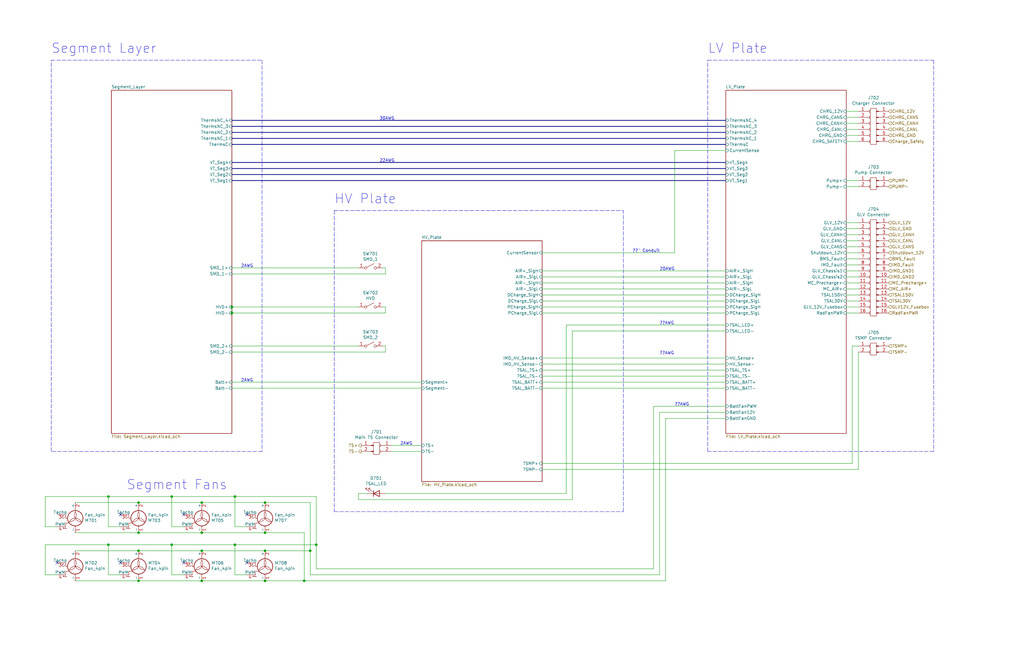
<source format=kicad_sch>
(kicad_sch (version 20211123) (generator eeschema)
  (paper "B")
  (title_block (title "Accumulator Container") (date "2021-11-10") (rev "7") (company "Northeastern Electric Racing") (comment 1 "https://github.com/Northeastern-Electric-Racing/NER") (comment 2 "For authors and other info, contact Chief Electrical Engineer"))
  (lib_symbols
    (symbol "Device:LED" (pin_numbers hide) (pin_names (offset 1.016) hide)
      (property "Reference" "D" (at 0 2.54 0))
      (property "Value" "LED" (at 0 -2.54 0))
      (symbol "LED_0_1"
        (polyline (pts (xy -1.27 -1.27) (xy -1.27 1.27)) (stroke (width 0.254)))
        (polyline (pts (xy -1.27 0) (xy 1.27 0)))
        (polyline (pts (xy 1.27 -1.27) (xy 1.27 1.27) (xy -1.27 0) (xy 1.27 -1.27)) (stroke (width 0.254)))
        (polyline (pts (xy -3.048 -0.762) (xy -4.572 -2.286) (xy -3.81 -2.286) (xy -4.572 -2.286) (xy -4.572 -1.524)))
        (polyline (pts (xy -1.778 -0.762) (xy -3.302 -2.286) (xy -2.54 -2.286) (xy -3.302 -2.286) (xy -3.302 -1.524)))
      )
      (symbol "LED_1_1"
        (pin passive line (at -3.81 0 0) (length 2.54) (name "K") (number "1"))
        (pin passive line (at 3.81 0 180) (length 2.54) (name "A") (number "2"))
      )
    )
    (symbol "Motor:Fan_4pin" (pin_names (offset 0))
      (property "Reference" "M" (at 2.54 5.08 0))
      (property "Value" "Fan_4pin" (at 2.54 -2.54 0))
      (symbol "Fan_4pin_0_0"
        (arc (start -5.588 1.524) (mid -5.08 1.016) (end -4.572 1.524))
        (arc (start -5.08 2.032) (mid -5.4392 1.8832) (end -5.588 1.524))
        (polyline (pts (xy -5.08 2.032) (xy -5.334 2.159)))
        (polyline (pts (xy -5.08 2.032) (xy -5.207 1.778)))
        (polyline (pts (xy -4.064 2.54) (xy -4.064 1.016) (xy -3.302 1.016)))
      )
      (symbol "Fan_4pin_0_1"
        (arc (start -2.54 -0.508) (mid -0.0014 0.9048) (end 0 3.81))
        (polyline (pts (xy -4.064 2.54) (xy -5.08 2.54)))
        (polyline (pts (xy 0 -5.08) (xy 0 -4.572)))
        (polyline (pts (xy 0 -2.2352) (xy 0 -2.6416)))
        (polyline (pts (xy 0 4.2672) (xy 0 4.6228)))
        (polyline (pts (xy 0 4.572) (xy 0 5.08)))
        (polyline (pts (xy -2.54 -1.016) (xy -4.064 -1.016) (xy -4.064 -2.54) (xy -5.08 -2.54)))
        (polyline (pts (xy -5.334 -3.302) (xy -5.08 -3.302) (xy -5.08 -3.048) (xy -4.826 -3.048) (xy -4.826 -3.302) (xy -4.318 -3.302) (xy -4.318 -3.048) (xy -4.064 -3.048) (xy -4.064 -3.302) (xy -3.556 -3.302)))
        (circle (center 0 1.016) (radius 3.2512) (stroke (width 0.254)))
        (arc (start 0 3.81) (mid 0.0468 0.9315) (end 2.54 -0.508))
        (arc (start 2.54 -0.508) (mid 0 1.0618) (end -2.54 -0.508))
      )
      (symbol "Fan_4pin_1_1"
        (pin passive line (at 0 -5.08 90) (length 2.54) (name "-") (number "1"))
        (pin passive line (at 0 7.62 270) (length 2.54) (name "+") (number "2"))
        (pin passive line (at -7.62 2.54 0) (length 2.54) (name "Tacho") (number "3"))
        (pin input line (at -7.62 -2.54 0) (length 2.54) (name "PWM") (number "4"))
      )
    )
    (symbol "NER:16-Pos_Generic" (pin_names (offset 1.016))
      (property "Reference" "J" (at 0 5.08 0))
      (property "Value" "16-Pos_Generic" (at 0 2.54 0))
      (symbol "16-Pos_Generic_1_1"
        (arc (start -1.27 -37.592) (mid -1.778 -38.1) (end -1.27 -38.608) (stroke (width 0.1524)))
        (arc (start -1.27 -35.052) (mid -1.778 -35.56) (end -1.27 -36.068) (stroke (width 0.1524)))
        (arc (start -1.27 -32.512) (mid -1.778 -33.02) (end -1.27 -33.528) (stroke (width 0.1524)))
        (arc (start -1.27 -29.972) (mid -1.778 -30.48) (end -1.27 -30.988) (stroke (width 0.1524)))
        (arc (start -1.27 -27.432) (mid -1.778 -27.94) (end -1.27 -28.448) (stroke (width 0.1524)))
        (arc (start -1.27 -24.892) (mid -1.778 -25.4) (end -1.27 -25.908) (stroke (width 0.1524)))
        (arc (start -1.27 -22.352) (mid -1.778 -22.86) (end -1.27 -23.368) (stroke (width 0.1524)))
        (arc (start -1.27 -19.812) (mid -1.778 -20.32) (end -1.27 -20.828) (stroke (width 0.1524)))
        (arc (start -1.27 -17.272) (mid -1.778 -17.78) (end -1.27 -18.288) (stroke (width 0.1524)))
        (arc (start -1.27 -14.732) (mid -1.778 -15.24) (end -1.27 -15.748) (stroke (width 0.1524)))
        (arc (start -1.27 -12.192) (mid -1.778 -12.7) (end -1.27 -13.208) (stroke (width 0.1524)))
        (arc (start -1.27 -9.652) (mid -1.778 -10.16) (end -1.27 -10.668) (stroke (width 0.1524)))
        (arc (start -1.27 -7.112) (mid -1.778 -7.62) (end -1.27 -8.128) (stroke (width 0.1524)))
        (arc (start -1.27 -4.572) (mid -1.778 -5.08) (end -1.27 -5.588) (stroke (width 0.1524)))
        (arc (start -1.27 -2.032) (mid -1.778 -2.54) (end -1.27 -3.048) (stroke (width 0.1524)))
        (arc (start -1.27 0.508) (mid -1.778 0) (end -1.27 -0.508) (stroke (width 0.1524)))
        (rectangle (start -1.27 1.27) (end 1.27 -39.37))
        (polyline (pts (xy -2.54 -38.1) (xy -1.778 -38.1)) (stroke (width 0.1524)))
        (polyline (pts (xy -2.54 -35.56) (xy -1.778 -35.56)) (stroke (width 0.1524)))
        (polyline (pts (xy -2.54 -33.02) (xy -1.778 -33.02)) (stroke (width 0.1524)))
        (polyline (pts (xy -2.54 -30.48) (xy -1.778 -30.48)) (stroke (width 0.1524)))
        (polyline (pts (xy -2.54 -27.94) (xy -1.778 -27.94)) (stroke (width 0.1524)))
        (polyline (pts (xy -2.54 -25.4) (xy -1.778 -25.4)) (stroke (width 0.1524)))
        (polyline (pts (xy -2.54 -22.86) (xy -1.778 -22.86)) (stroke (width 0.1524)))
        (polyline (pts (xy -2.54 -20.32) (xy -1.778 -20.32)) (stroke (width 0.1524)))
        (polyline (pts (xy -2.54 -17.78) (xy -1.778 -17.78)) (stroke (width 0.1524)))
        (polyline (pts (xy -2.54 -15.24) (xy -1.778 -15.24)) (stroke (width 0.1524)))
        (polyline (pts (xy -2.54 -12.7) (xy -1.778 -12.7)) (stroke (width 0.1524)))
        (polyline (pts (xy -2.54 -10.16) (xy -1.778 -10.16)) (stroke (width 0.1524)))
        (polyline (pts (xy -2.54 -7.62) (xy -1.778 -7.62)) (stroke (width 0.1524)))
        (polyline (pts (xy -2.54 -5.08) (xy -1.778 -5.08)) (stroke (width 0.1524)))
        (polyline (pts (xy -2.54 -2.54) (xy -1.778 -2.54)) (stroke (width 0.1524)))
        (polyline (pts (xy -2.54 0) (xy -1.778 0)) (stroke (width 0.1524)))
        (polyline (pts (xy 2.54 -38.1) (xy 2.1336 -38.1)) (stroke (width 0.1524)))
        (polyline (pts (xy 2.54 -35.56) (xy 2.1336 -35.56)) (stroke (width 0.1524)))
        (polyline (pts (xy 2.54 -33.02) (xy 2.1336 -33.02)) (stroke (width 0.1524)))
        (polyline (pts (xy 2.54 -30.48) (xy 2.1336 -30.48)) (stroke (width 0.1524)))
        (polyline (pts (xy 2.54 -27.94) (xy 2.1336 -27.94)) (stroke (width 0.1524)))
        (polyline (pts (xy 2.54 -25.4) (xy 2.1336 -25.4)) (stroke (width 0.1524)))
        (polyline (pts (xy 2.54 -22.86) (xy 2.1336 -22.86)) (stroke (width 0.1524)))
        (polyline (pts (xy 2.54 -20.32) (xy 2.1336 -20.32)) (stroke (width 0.1524)))
        (polyline (pts (xy 2.54 -17.78) (xy 2.1336 -17.78)) (stroke (width 0.1524)))
        (polyline (pts (xy 2.54 -15.24) (xy 2.1336 -15.24)) (stroke (width 0.1524)))
        (polyline (pts (xy 2.54 -12.7) (xy 2.1336 -12.7)) (stroke (width 0.1524)))
        (polyline (pts (xy 2.54 -10.16) (xy 2.1336 -10.16)) (stroke (width 0.1524)))
        (polyline (pts (xy 2.54 -7.62) (xy 2.1336 -7.62)) (stroke (width 0.1524)))
        (polyline (pts (xy 2.54 -5.08) (xy 2.1336 -5.08)) (stroke (width 0.1524)))
        (polyline (pts (xy 2.54 -2.54) (xy 2.1336 -2.54)) (stroke (width 0.1524)))
        (polyline (pts (xy 2.54 0) (xy 2.1336 0)) (stroke (width 0.1524)))
        (rectangle (start 2.1336 -37.973) (end 1.27 -38.227) (stroke (width 0.1524)) (fill (type outline)))
        (rectangle (start 2.1336 -35.433) (end 1.27 -35.687) (stroke (width 0.1524)) (fill (type outline)))
        (rectangle (start 2.1336 -32.893) (end 1.27 -33.147) (stroke (width 0.1524)) (fill (type outline)))
        (rectangle (start 2.1336 -30.353) (end 1.27 -30.607) (stroke (width 0.1524)) (fill (type outline)))
        (rectangle (start 2.1336 -27.813) (end 1.27 -28.067) (stroke (width 0.1524)) (fill (type outline)))
        (rectangle (start 2.1336 -25.273) (end 1.27 -25.527) (stroke (width 0.1524)) (fill (type outline)))
        (rectangle (start 2.1336 -22.733) (end 1.27 -22.987) (stroke (width 0.1524)) (fill (type outline)))
        (rectangle (start 2.1336 -20.193) (end 1.27 -20.447) (stroke (width 0.1524)) (fill (type outline)))
        (rectangle (start 2.1336 -17.653) (end 1.27 -17.907) (stroke (width 0.1524)) (fill (type outline)))
        (rectangle (start 2.1336 -15.113) (end 1.27 -15.367) (stroke (width 0.1524)) (fill (type outline)))
        (rectangle (start 2.1336 -12.573) (end 1.27 -12.827) (stroke (width 0.1524)) (fill (type outline)))
        (rectangle (start 2.1336 -10.033) (end 1.27 -10.287) (stroke (width 0.1524)) (fill (type outline)))
        (rectangle (start 2.1336 -7.493) (end 1.27 -7.747) (stroke (width 0.1524)) (fill (type outline)))
        (rectangle (start 2.1336 -4.953) (end 1.27 -5.207) (stroke (width 0.1524)) (fill (type outline)))
        (rectangle (start 2.1336 -2.413) (end 1.27 -2.667) (stroke (width 0.1524)) (fill (type outline)))
        (rectangle (start 2.1336 0.127) (end 1.27 -0.127) (stroke (width 0.1524)) (fill (type outline)))
        (pin passive line (at -6.35 0 0) (length 3.81) (name "~") (number "1"))
        (pin passive line (at 6.35 0 180) (length 3.81) (name "~") (number "1"))
        (pin passive line (at -6.35 -22.86 0) (length 3.81) (name "~") (number "10"))
        (pin passive line (at 6.35 -22.86 180) (length 3.81) (name "~") (number "10"))
        (pin passive line (at -6.35 -25.4 0) (length 3.81) (name "~") (number "11"))
        (pin passive line (at 6.35 -25.4 180) (length 3.81) (name "~") (number "11"))
        (pin passive line (at -6.35 -27.94 0) (length 3.81) (name "~") (number "12"))
        (pin passive line (at 6.35 -27.94 180) (length 3.81) (name "~") (number "12"))
        (pin passive line (at -6.35 -30.48 0) (length 3.81) (name "~") (number "13"))
        (pin passive line (at 6.35 -30.48 180) (length 3.81) (name "~") (number "13"))
        (pin passive line (at -6.35 -33.02 0) (length 3.81) (name "~") (number "14"))
        (pin passive line (at 6.35 -33.02 180) (length 3.81) (name "~") (number "14"))
        (pin passive line (at -6.35 -35.56 0) (length 3.81) (name "~") (number "15"))
        (pin passive line (at 6.35 -35.56 180) (length 3.81) (name "~") (number "15"))
        (pin passive line (at -6.35 -38.1 0) (length 3.81) (name "~") (number "16"))
        (pin passive line (at 6.35 -38.1 180) (length 3.81) (name "~") (number "16"))
        (pin passive line (at -6.35 -2.54 0) (length 3.81) (name "~") (number "2"))
        (pin passive line (at 6.35 -2.54 180) (length 3.81) (name "~") (number "2"))
        (pin passive line (at -6.35 -5.08 0) (length 3.81) (name "~") (number "3"))
        (pin passive line (at 6.35 -5.08 180) (length 3.81) (name "~") (number "3"))
        (pin passive line (at -6.35 -7.62 0) (length 3.81) (name "~") (number "4"))
        (pin passive line (at 6.35 -7.62 180) (length 3.81) (name "~") (number "4"))
        (pin passive line (at -6.35 -10.16 0) (length 3.81) (name "~") (number "5"))
        (pin passive line (at 6.35 -10.16 180) (length 3.81) (name "~") (number "5"))
        (pin passive line (at -6.35 -12.7 0) (length 3.81) (name "~") (number "6"))
        (pin passive line (at 6.35 -12.7 180) (length 3.81) (name "~") (number "6"))
        (pin passive line (at -6.35 -15.24 0) (length 3.81) (name "~") (number "7"))
        (pin passive line (at 6.35 -15.24 180) (length 3.81) (name "~") (number "7"))
        (pin passive line (at -6.35 -17.78 0) (length 3.81) (name "~") (number "8"))
        (pin passive line (at 6.35 -17.78 180) (length 3.81) (name "~") (number "8"))
        (pin passive line (at -6.35 -20.32 0) (length 3.81) (name "~") (number "9"))
        (pin passive line (at 6.35 -20.32 180) (length 3.81) (name "~") (number "9"))
      )
    )
    (symbol "NER:2-Pos_Generic" (pin_names (offset 1.016))
      (property "Reference" "J" (at 0 0 0))
      (property "Value" "2-Pos_Generic" (at 0 0 0))
      (symbol "2-Pos_Generic_0_1"
        (rectangle (start -1.27 -1.27) (end 1.27 -6.35))
      )
      (symbol "2-Pos_Generic_1_1"
        (arc (start -1.27 -4.572) (mid -1.778 -5.08) (end -1.27 -5.588) (stroke (width 0.1524)))
        (arc (start -1.27 -2.032) (mid -1.778 -2.54) (end -1.27 -3.048) (stroke (width 0.1524)))
        (polyline (pts (xy -2.54 -5.08) (xy -1.778 -5.08)) (stroke (width 0.1524)))
        (polyline (pts (xy -2.54 -2.54) (xy -1.778 -2.54)) (stroke (width 0.1524)))
        (polyline (pts (xy 2.54 -5.08) (xy 2.1336 -5.08)) (stroke (width 0.1524)))
        (polyline (pts (xy 2.54 -2.54) (xy 2.1336 -2.54)) (stroke (width 0.1524)))
        (rectangle (start 2.1336 -4.953) (end 1.27 -5.207) (stroke (width 0.1524)) (fill (type outline)))
        (rectangle (start 2.1336 -2.413) (end 1.27 -2.667) (stroke (width 0.1524)) (fill (type outline)))
        (pin passive line (at -6.35 -2.54 0) (length 3.81) (name "~") (number "1"))
        (pin passive line (at 6.35 -2.54 180) (length 3.81) (name "~") (number "1"))
        (pin passive line (at -6.35 -5.08 0) (length 3.81) (name "~") (number "2"))
        (pin passive line (at 6.35 -5.08 180) (length 3.81) (name "~") (number "2"))
      )
    )
    (symbol "NER:6-Pos_Generic" (pin_names (offset 1.016))
      (property "Reference" "J" (at 0 0 0))
      (property "Value" "6-Pos_Generic" (at 0 0 0))
      (symbol "6-Pos_Generic_0_1"
        (rectangle (start -1.27 -1.27) (end 1.27 -16.51))
      )
      (symbol "6-Pos_Generic_1_1"
        (arc (start -1.27 -14.732) (mid -1.778 -15.24) (end -1.27 -15.748) (stroke (width 0.1524)))
        (arc (start -1.27 -12.192) (mid -1.778 -12.7) (end -1.27 -13.208) (stroke (width 0.1524)))
        (arc (start -1.27 -9.652) (mid -1.778 -10.16) (end -1.27 -10.668) (stroke (width 0.1524)))
        (arc (start -1.27 -7.112) (mid -1.778 -7.62) (end -1.27 -8.128) (stroke (width 0.1524)))
        (arc (start -1.27 -4.572) (mid -1.778 -5.08) (end -1.27 -5.588) (stroke (width 0.1524)))
        (arc (start -1.27 -2.032) (mid -1.778 -2.54) (end -1.27 -3.048) (stroke (width 0.1524)))
        (polyline (pts (xy -2.54 -15.24) (xy -1.778 -15.24)) (stroke (width 0.1524)))
        (polyline (pts (xy -2.54 -12.7) (xy -1.778 -12.7)) (stroke (width 0.1524)))
        (polyline (pts (xy -2.54 -10.16) (xy -1.778 -10.16)) (stroke (width 0.1524)))
        (polyline (pts (xy -2.54 -7.62) (xy -1.778 -7.62)) (stroke (width 0.1524)))
        (polyline (pts (xy -2.54 -5.08) (xy -1.778 -5.08)) (stroke (width 0.1524)))
        (polyline (pts (xy -2.54 -2.54) (xy -1.778 -2.54)) (stroke (width 0.1524)))
        (polyline (pts (xy 2.54 -15.24) (xy 2.1336 -15.24)) (stroke (width 0.1524)))
        (polyline (pts (xy 2.54 -12.7) (xy 2.1336 -12.7)) (stroke (width 0.1524)))
        (polyline (pts (xy 2.54 -10.16) (xy 2.1336 -10.16)) (stroke (width 0.1524)))
        (polyline (pts (xy 2.54 -7.62) (xy 2.1336 -7.62)) (stroke (width 0.1524)))
        (polyline (pts (xy 2.54 -5.08) (xy 2.1336 -5.08)) (stroke (width 0.1524)))
        (polyline (pts (xy 2.54 -2.54) (xy 2.1336 -2.54)) (stroke (width 0.1524)))
        (rectangle (start 2.1336 -15.113) (end 1.27 -15.367) (stroke (width 0.1524)) (fill (type outline)))
        (rectangle (start 2.1336 -12.573) (end 1.27 -12.827) (stroke (width 0.1524)) (fill (type outline)))
        (rectangle (start 2.1336 -10.033) (end 1.27 -10.287) (stroke (width 0.1524)) (fill (type outline)))
        (rectangle (start 2.1336 -7.493) (end 1.27 -7.747) (stroke (width 0.1524)) (fill (type outline)))
        (rectangle (start 2.1336 -4.953) (end 1.27 -5.207) (stroke (width 0.1524)) (fill (type outline)))
        (rectangle (start 2.1336 -2.413) (end 1.27 -2.667) (stroke (width 0.1524)) (fill (type outline)))
        (pin passive line (at -6.35 -2.54 0) (length 3.81) (name "~") (number "1"))
        (pin passive line (at 6.35 -2.54 180) (length 3.81) (name "~") (number "1"))
        (pin passive line (at -6.35 -5.08 0) (length 3.81) (name "~") (number "2"))
        (pin passive line (at 6.35 -5.08 180) (length 3.81) (name "~") (number "2"))
        (pin passive line (at -6.35 -7.62 0) (length 3.81) (name "~") (number "3"))
        (pin passive line (at 6.35 -7.62 180) (length 3.81) (name "~") (number "3"))
        (pin passive line (at -6.35 -10.16 0) (length 3.81) (name "~") (number "4"))
        (pin passive line (at 6.35 -10.16 180) (length 3.81) (name "~") (number "4"))
        (pin passive line (at -6.35 -12.7 0) (length 3.81) (name "~") (number "5"))
        (pin passive line (at 6.35 -12.7 180) (length 3.81) (name "~") (number "5"))
        (pin passive line (at -6.35 -15.24 0) (length 3.81) (name "~") (number "6"))
        (pin passive line (at 6.35 -15.24 180) (length 3.81) (name "~") (number "6"))
      )
    )
    (symbol "Switch:SW_SPST" (pin_names (offset 0) hide)
      (property "Reference" "SW" (at 0 3.175 0))
      (property "Value" "SW_SPST" (at 0 -2.54 0))
      (symbol "SW_SPST_0_0"
        (circle (center -2.032 0) (radius 0.508))
        (polyline (pts (xy -1.524 0.254) (xy 1.524 1.778)))
        (circle (center 2.032 0) (radius 0.508))
      )
      (symbol "SW_SPST_1_1"
        (pin passive line (at -5.08 0 0) (length 2.54) (name "A") (number "1"))
        (pin passive line (at 5.08 0 180) (length 2.54) (name "B") (number "2"))
      )
    )
  )
  (junction (at 72.39 229.87))
  (junction (at 45.72 229.87))
  (junction (at 97.79 129.54))
  (junction (at 72.39 209.55))
  (junction (at 111.76 224.79))
  (junction (at 85.09 245.11))
  (junction (at 85.09 232.41))
  (junction (at 128.27 245.11))
  (junction (at 111.76 245.11))
  (junction (at 58.42 212.09))
  (junction (at 111.76 232.41))
  (junction (at 85.09 212.09))
  (junction (at 45.72 209.55))
  (junction (at 97.79 132.08))
  (junction (at 58.42 232.41))
  (junction (at 85.09 224.79))
  (junction (at 133.35 229.87))
  (junction (at 99.06 229.87))
  (junction (at 111.76 212.09))
  (junction (at 58.42 245.11))
  (junction (at 130.81 232.41))
  (junction (at 99.06 209.55))
  (junction (at 58.42 224.79))
  (no_connect (at 24.13 237.49))
  (no_connect (at 50.8 237.49))
  (no_connect (at 50.8 217.17))
  (no_connect (at 77.47 217.17))
  (no_connect (at 104.14 217.17))
  (no_connect (at 77.47 237.49))
  (no_connect (at 104.14 237.49))
  (wire (pts (xy 77.47 242.57) (xy 72.39 242.57)))
  (polyline (pts (xy 140.97 215.9) (xy 262.89 215.9)))
  (polyline (pts (xy 298.45 190.5) (xy 298.45 25.4)))
  (wire (pts (xy 284.48 63.5) (xy 284.48 106.68)))
  (wire (pts (xy 228.6 132.08) (xy 306.07 132.08)))
  (wire (pts (xy 361.95 104.14) (xy 356.87 104.14)))
  (wire (pts (xy 306.07 158.75) (xy 228.6 158.75)))
  (wire (pts (xy 19.05 222.25) (xy 19.05 209.55)))
  (polyline (pts (xy 140.97 88.9) (xy 262.89 88.9)))
  (wire (pts (xy 361.95 49.53) (xy 356.87 49.53)))
  (wire (pts (xy 361.95 198.12) (xy 361.95 148.59)))
  (polyline (pts (xy 140.97 88.9) (xy 140.97 215.9)))
  (wire (pts (xy 228.6 195.58) (xy 359.41 195.58)))
  (wire (pts (xy 228.6 121.92) (xy 306.07 121.92)))
  (wire (pts (xy 85.09 224.79) (xy 58.42 224.79)))
  (wire (pts (xy 162.56 148.59) (xy 162.56 146.05)))
  (wire (pts (xy 99.06 222.25) (xy 99.06 209.55)))
  (wire (pts (xy 58.42 224.79) (xy 31.75 224.79)))
  (wire (pts (xy 133.35 209.55) (xy 99.06 209.55)))
  (wire (pts (xy 111.76 245.11) (xy 85.09 245.11)))
  (wire (pts (xy 228.6 151.13) (xy 306.07 151.13)))
  (wire (pts (xy 130.81 232.41) (xy 111.76 232.41)))
  (wire (pts (xy 306.07 119.38) (xy 228.6 119.38)))
  (polyline (pts (xy 393.7 25.4) (xy 393.7 190.5)))
  (wire (pts (xy 361.95 198.12) (xy 228.6 198.12)))
  (wire (pts (xy 99.06 229.87) (xy 72.39 229.87)))
  (wire (pts (xy 111.76 224.79) (xy 85.09 224.79)))
  (wire (pts (xy 306.07 129.54) (xy 228.6 129.54)))
  (bus (pts (xy 97.79 68.58) (xy 306.07 68.58)))
  (wire (pts (xy 133.35 229.87) (xy 133.35 209.55)))
  (bus (pts (xy 97.79 58.42) (xy 306.07 58.42)))
  (wire (pts (xy 361.95 127) (xy 356.87 127)))
  (wire (pts (xy 306.07 153.67) (xy 228.6 153.67)))
  (wire (pts (xy 361.95 111.76) (xy 356.87 111.76)))
  (wire (pts (xy 275.59 240.03) (xy 133.35 240.03)))
  (wire (pts (xy 361.95 116.84) (xy 356.87 116.84)))
  (polyline (pts (xy 110.49 190.5) (xy 21.59 190.5)))
  (polyline (pts (xy 393.7 190.5) (xy 298.45 190.5)))
  (wire (pts (xy 228.6 127) (xy 306.07 127)))
  (wire (pts (xy 284.48 106.68) (xy 228.6 106.68)))
  (wire (pts (xy 361.95 59.69) (xy 356.87 59.69)))
  (polyline (pts (xy 298.45 25.4) (xy 393.7 25.4)))
  (wire (pts (xy 111.76 232.41) (xy 85.09 232.41)))
  (wire (pts (xy 306.07 124.46) (xy 228.6 124.46)))
  (wire (pts (xy 361.95 109.22) (xy 356.87 109.22)))
  (wire (pts (xy 356.87 78.74) (xy 361.95 78.74)))
  (wire (pts (xy 19.05 229.87) (xy 19.05 242.57)))
  (wire (pts (xy 104.14 242.57) (xy 99.06 242.57)))
  (wire (pts (xy 162.56 129.54) (xy 162.56 132.08)))
  (wire (pts (xy 359.41 146.05) (xy 359.41 195.58)))
  (wire (pts (xy 162.56 208.28) (xy 238.76 208.28)))
  (wire (pts (xy 45.72 229.87) (xy 19.05 229.87)))
  (wire (pts (xy 111.76 212.09) (xy 85.09 212.09)))
  (wire (pts (xy 24.13 222.25) (xy 19.05 222.25)))
  (wire (pts (xy 161.29 113.03) (xy 162.56 113.03)))
  (wire (pts (xy 361.95 114.3) (xy 356.87 114.3)))
  (wire (pts (xy 154.94 208.28) (xy 151.13 208.28)))
  (wire (pts (xy 85.09 212.09) (xy 58.42 212.09)))
  (wire (pts (xy 99.06 242.57) (xy 99.06 229.87)))
  (wire (pts (xy 99.06 229.87) (xy 133.35 229.87)))
  (bus (pts (xy 97.79 76.2) (xy 306.07 76.2)))
  (polyline (pts (xy 110.49 25.4) (xy 110.49 190.5)))
  (wire (pts (xy 151.13 210.82) (xy 241.3 210.82)))
  (bus (pts (xy 97.79 50.8) (xy 306.07 50.8)))
  (wire (pts (xy 72.39 209.55) (xy 99.06 209.55)))
  (wire (pts (xy 228.6 116.84) (xy 306.07 116.84)))
  (wire (pts (xy 130.81 242.57) (xy 130.81 232.41)))
  (wire (pts (xy 361.95 106.68) (xy 356.87 106.68)))
  (wire (pts (xy 306.07 173.99) (xy 278.13 173.99)))
  (wire (pts (xy 241.3 139.7) (xy 306.07 139.7)))
  (wire (pts (xy 361.95 52.07) (xy 356.87 52.07)))
  (wire (pts (xy 97.79 115.57) (xy 162.56 115.57)))
  (bus (pts (xy 97.79 73.66) (xy 306.07 73.66)))
  (wire (pts (xy 361.95 124.46) (xy 356.87 124.46)))
  (wire (pts (xy 162.56 113.03) (xy 162.56 115.57)))
  (wire (pts (xy 162.56 146.05) (xy 161.29 146.05)))
  (wire (pts (xy 128.27 245.11) (xy 111.76 245.11)))
  (wire (pts (xy 361.95 121.92) (xy 356.87 121.92)))
  (wire (pts (xy 177.8 187.96) (xy 165.1 187.96)))
  (wire (pts (xy 58.42 232.41) (xy 31.75 232.41)))
  (wire (pts (xy 85.09 245.11) (xy 58.42 245.11)))
  (wire (pts (xy 361.95 57.15) (xy 356.87 57.15)))
  (wire (pts (xy 280.67 245.11) (xy 128.27 245.11)))
  (wire (pts (xy 228.6 161.29) (xy 306.07 161.29)))
  (polyline (pts (xy 262.89 215.9) (xy 262.89 88.9)))
  (wire (pts (xy 161.29 129.54) (xy 162.56 129.54)))
  (wire (pts (xy 241.3 210.82) (xy 241.3 139.7)))
  (wire (pts (xy 72.39 222.25) (xy 72.39 209.55)))
  (wire (pts (xy 165.1 190.5) (xy 177.8 190.5)))
  (wire (pts (xy 280.67 176.53) (xy 280.67 245.11)))
  (wire (pts (xy 361.95 101.6) (xy 356.87 101.6)))
  (bus (pts (xy 97.79 60.96) (xy 306.07 60.96)))
  (wire (pts (xy 306.07 114.3) (xy 228.6 114.3)))
  (wire (pts (xy 306.07 171.45) (xy 275.59 171.45)))
  (wire (pts (xy 45.72 209.55) (xy 19.05 209.55)))
  (wire (pts (xy 151.13 208.28) (xy 151.13 210.82)))
  (wire (pts (xy 97.79 113.03) (xy 151.13 113.03)))
  (wire (pts (xy 128.27 224.79) (xy 128.27 245.11)))
  (wire (pts (xy 361.95 146.05) (xy 359.41 146.05)))
  (wire (pts (xy 45.72 222.25) (xy 45.72 209.55)))
  (wire (pts (xy 45.72 242.57) (xy 45.72 229.87)))
  (wire (pts (xy 97.79 132.08) (xy 162.56 132.08)))
  (polyline (pts (xy 21.59 25.4) (xy 110.49 25.4)))
  (wire (pts (xy 58.42 245.11) (xy 31.75 245.11)))
  (wire (pts (xy 306.07 176.53) (xy 280.67 176.53)))
  (wire (pts (xy 45.72 209.55) (xy 72.39 209.55)))
  (wire (pts (xy 228.6 156.21) (xy 306.07 156.21)))
  (wire (pts (xy 104.14 222.25) (xy 99.06 222.25)))
  (wire (pts (xy 128.27 224.79) (xy 111.76 224.79)))
  (wire (pts (xy 356.87 46.99) (xy 361.95 46.99)))
  (wire (pts (xy 72.39 229.87) (xy 45.72 229.87)))
  (wire (pts (xy 361.95 99.06) (xy 356.87 99.06)))
  (wire (pts (xy 50.8 222.25) (xy 45.72 222.25)))
  (wire (pts (xy 278.13 173.99) (xy 278.13 242.57)))
  (wire (pts (xy 97.79 129.54) (xy 97.79 132.08)))
  (wire (pts (xy 72.39 242.57) (xy 72.39 229.87)))
  (wire (pts (xy 177.8 161.29) (xy 97.79 161.29)))
  (wire (pts (xy 77.47 222.25) (xy 72.39 222.25)))
  (wire (pts (xy 97.79 148.59) (xy 162.56 148.59)))
  (bus (pts (xy 97.79 71.12) (xy 306.07 71.12)))
  (wire (pts (xy 19.05 242.57) (xy 24.13 242.57)))
  (wire (pts (xy 50.8 242.57) (xy 45.72 242.57)))
  (wire (pts (xy 85.09 232.41) (xy 58.42 232.41)))
  (wire (pts (xy 361.95 93.98) (xy 356.87 93.98)))
  (wire (pts (xy 361.95 119.38) (xy 356.87 119.38)))
  (bus (pts (xy 97.79 53.34) (xy 306.07 53.34)))
  (wire (pts (xy 361.95 132.08) (xy 356.87 132.08)))
  (wire (pts (xy 97.79 129.54) (xy 151.13 129.54)))
  (wire (pts (xy 361.95 96.52) (xy 356.87 96.52)))
  (wire (pts (xy 284.48 63.5) (xy 306.07 63.5)))
  (wire (pts (xy 238.76 137.16) (xy 306.07 137.16)))
  (wire (pts (xy 356.87 76.2) (xy 361.95 76.2)))
  (wire (pts (xy 278.13 242.57) (xy 130.81 242.57)))
  (wire (pts (xy 133.35 240.03) (xy 133.35 229.87)))
  (wire (pts (xy 97.79 163.83) (xy 177.8 163.83)))
  (wire (pts (xy 361.95 54.61) (xy 356.87 54.61)))
  (wire (pts (xy 130.81 232.41) (xy 130.81 212.09)))
  (wire (pts (xy 361.95 129.54) (xy 356.87 129.54)))
  (wire (pts (xy 97.79 146.05) (xy 151.13 146.05)))
  (bus (pts (xy 97.79 55.88) (xy 306.07 55.88)))
  (wire (pts (xy 130.81 212.09) (xy 111.76 212.09)))
  (polyline (pts (xy 21.59 190.5) (xy 21.59 25.4)))
  (wire (pts (xy 238.76 137.16) (xy 238.76 208.28)))
  (wire (pts (xy 58.42 212.09) (xy 31.75 212.09)))
  (wire (pts (xy 306.07 163.83) (xy 228.6 163.83)))
  (wire (pts (xy 275.59 171.45) (xy 275.59 240.03)))
  (text "20AWG\n" (at 278.13 114.3 0) (effects (font (size 1.27 1.27)) (justify left bottom)))
  (text "HV Plate" (at 140.97 86.36 0) (effects (font (size 3.9878 3.9878)) (justify left bottom)))
  (text "Segment Layer" (at 21.59 22.86 0) (effects (font (size 3.9878 3.9878)) (justify left bottom)))
  (text "??\" Conduit" (at 266.7 106.68 0) (effects (font (size 1.27 1.27)) (justify left bottom)))
  (text "2AWG" (at 173.99 187.96 180) (effects (font (size 1.27 1.27)) (justify right bottom)))
  (text "??AWG" (at 278.13 137.16 0) (effects (font (size 1.27 1.27)) (justify left bottom)))
  (text "2AWG" (at 101.6 113.03 0) (effects (font (size 1.27 1.27)) (justify left bottom)))
  (text "??AWG" (at 278.13 149.86 0) (effects (font (size 1.27 1.27)) (justify left bottom)))
  (text "30AWG" (at 160.02 50.8 0) (effects (font (size 1.27 1.27)) (justify left bottom)))
  (text "Segment Fans" (at 53.34 207.01 0) (effects (font (size 3.9878 3.9878)) (justify left bottom)))
  (text "22AWG" (at 160.02 68.58 0) (effects (font (size 1.27 1.27)) (justify left bottom)))
  (text "LV Plate" (at 298.45 22.86 0) (effects (font (size 3.9878 3.9878)) (justify left bottom)))
  (text "??AWG" (at 284.48 171.45 0) (effects (font (size 1.27 1.27)) (justify left bottom)))
  (text "2AWG" (at 101.6 161.29 0) (effects (font (size 1.27 1.27)) (justify left bottom)))
  (hierarchical_label "RadFanPWR" (shape input) (at 374.65 132.08 0))
  (hierarchical_label "CHRG_GND" (shape input) (at 374.65 57.15 0))
  (hierarchical_label "TS-" (shape output) (at 152.4 190.5 180))
  (hierarchical_label "IMD_GND1" (shape input) (at 374.65 114.3 0))
  (hierarchical_label "GLV12V_Fusebox" (shape input) (at 374.65 129.54 0))
  (hierarchical_label "CHRG_12V" (shape input) (at 374.65 46.99 0))
  (hierarchical_label "TS+" (shape output) (at 152.4 187.96 180))
  (hierarchical_label "CHRG_CANS" (shape input) (at 374.65 49.53 0))
  (hierarchical_label "GLV_CANL" (shape input) (at 374.65 101.6 0))
  (hierarchical_label "PUMP+" (shape input) (at 374.65 76.2 0))
  (hierarchical_label "Shutdown_12V" (shape input) (at 374.65 106.68 0))
  (hierarchical_label "PUMP-" (shape input) (at 374.65 78.74 0))
  (hierarchical_label "GLV_CANH" (shape input) (at 374.65 99.06 0))
  (hierarchical_label "GLV_GND" (shape input) (at 374.65 96.52 0))
  (hierarchical_label "CHRG_CANL" (shape input) (at 374.65 54.61 0))
  (hierarchical_label "GLV_CANS" (shape input) (at 374.65 104.14 0))
  (hierarchical_label "BMS_Fault" (shape input) (at 374.65 109.22 0))
  (hierarchical_label "TSMP-" (shape input) (at 374.65 148.59 0))
  (hierarchical_label "MC_AIR+" (shape input) (at 374.65 121.92 0))
  (hierarchical_label "IMD_GND2" (shape input) (at 374.65 116.84 0))
  (hierarchical_label "IMD_Fault" (shape input) (at 374.65 111.76 0))
  (hierarchical_label "GLV_12V" (shape input) (at 374.65 93.98 0))
  (hierarchical_label "MC_Precharge+" (shape input) (at 374.65 119.38 0))
  (hierarchical_label "Charge_Safety" (shape input) (at 374.65 59.69 0))
  (hierarchical_label "TSAL150V" (shape input) (at 374.65 124.46 0))
  (hierarchical_label "TSMP+" (shape input) (at 374.65 146.05 0))
  (hierarchical_label "TSAL30V" (shape input) (at 374.65 127 0))
  (hierarchical_label "CHRG_CANH" (shape input) (at 374.65 52.07 0))
  (symbol (lib_id "Motor:Fan_4pin") (at 31.75 219.71 0) (unit 1)
    (property "Reference" "M701" (at 35.7378 219.6084 0) (effects (justify left)))
    (property "Value" "Fan_4pin" (at 35.7378 217.297 0) (effects (justify left)))
    (property "Datasheet" "http://www.formfactors.org/developer%5Cspecs%5Crev1_2_public.pdf" (effects hide))
  )
  (symbol (lib_id "Motor:Fan_4pin") (at 58.42 219.71 0) (unit 1)
    (property "Reference" "M703" (at 62.4078 219.6084 0) (effects (justify left)))
    (property "Value" "Fan_4pin" (at 62.4078 217.297 0) (effects (justify left)))
    (property "Datasheet" "http://www.formfactors.org/developer%5Cspecs%5Crev1_2_public.pdf" (effects hide))
  )
  (symbol (lib_id "Motor:Fan_4pin") (at 85.09 219.71 0) (unit 1)
    (property "Reference" "M705" (at 89.0778 219.6084 0) (effects (justify left)))
    (property "Value" "Fan_4pin" (at 89.0778 217.297 0) (effects (justify left)))
    (property "Datasheet" "http://www.formfactors.org/developer%5Cspecs%5Crev1_2_public.pdf" (effects hide))
  )
  (symbol (lib_id "Motor:Fan_4pin") (at 111.76 219.71 0) (unit 1)
    (property "Reference" "M707" (at 115.7478 219.6084 0) (effects (justify left)))
    (property "Value" "Fan_4pin" (at 115.7478 217.297 0) (effects (justify left)))
    (property "Datasheet" "http://www.formfactors.org/developer%5Cspecs%5Crev1_2_public.pdf" (effects hide))
  )
  (symbol (lib_id "Motor:Fan_4pin") (at 111.76 240.03 0) (unit 1)
    (property "Reference" "M708" (at 115.7732 237.5916 0) (effects (justify left)))
    (property "Value" "Fan_4pin" (at 115.7732 239.903 0) (effects (justify left)))
    (property "Datasheet" "http://www.formfactors.org/developer%5Cspecs%5Crev1_2_public.pdf" (effects hide))
  )
  (symbol (lib_id "Motor:Fan_4pin") (at 85.09 240.03 0) (unit 1)
    (property "Reference" "M706" (at 89.1032 237.5916 0) (effects (justify left)))
    (property "Value" "Fan_4pin" (at 89.1032 239.903 0) (effects (justify left)))
    (property "Datasheet" "http://www.formfactors.org/developer%5Cspecs%5Crev1_2_public.pdf" (effects hide))
  )
  (symbol (lib_id "Motor:Fan_4pin") (at 58.42 240.03 0) (unit 1)
    (property "Reference" "M704" (at 62.4332 237.5916 0) (effects (justify left)))
    (property "Value" "Fan_4pin" (at 62.4332 239.903 0) (effects (justify left)))
    (property "Datasheet" "http://www.formfactors.org/developer%5Cspecs%5Crev1_2_public.pdf" (effects hide))
  )
  (symbol (lib_id "Motor:Fan_4pin") (at 31.75 240.03 0) (unit 1)
    (property "Reference" "M702" (at 35.7632 237.5916 0) (effects (justify left)))
    (property "Value" "Fan_4pin" (at 35.7632 239.903 0) (effects (justify left)))
    (property "Datasheet" "http://www.formfactors.org/developer%5Cspecs%5Crev1_2_public.pdf" (effects hide))
  )
  (symbol (lib_id "NER:2-Pos_Generic") (at 158.75 185.42 0) (mirror y) (unit 1)
    (property "Reference" "J701" (at 158.75 182.245 0))
    (property "Value" "Main TS Connector" (at 158.75 184.5564 0))
  )
  (symbol (lib_id "NER:16-Pos_Generic") (at 368.3 93.98 0) (unit 1)
    (property "Reference" "J704" (at 368.3 88.265 0))
    (property "Value" "GLV Connector" (at 368.3 90.5764 0))
  )
  (symbol (lib_id "NER:2-Pos_Generic") (at 368.3 73.66 0) (unit 1)
    (property "Reference" "J703" (at 368.3 70.485 0))
    (property "Value" "Pump Connector" (at 368.3 72.7964 0))
  )
  (symbol (lib_id "Device:LED") (at 158.75 208.28 0) (mirror x) (unit 1)
    (property "Reference" "D701" (at 158.5722 201.803 0))
    (property "Value" "TSAL_LED" (at 158.5722 204.1144 0))
  )
  (symbol (lib_id "Switch:SW_SPST") (at 156.21 113.03 0) (unit 1)
    (property "Reference" "SW701" (at 156.21 107.061 0))
    (property "Value" "SMD_1" (at 156.21 109.3724 0))
  )
  (symbol (lib_id "Switch:SW_SPST") (at 156.21 129.54 0) (unit 1)
    (property "Reference" "SW702" (at 156.21 123.571 0))
    (property "Value" "HVD" (at 156.21 125.8824 0))
  )
  (symbol (lib_id "Switch:SW_SPST") (at 156.21 146.05 0) (unit 1)
    (property "Reference" "SW703" (at 156.21 140.081 0))
    (property "Value" "SMD_2" (at 156.21 142.3924 0))
  )
  (symbol (lib_id "NER:2-Pos_Generic") (at 368.3 143.51 0) (unit 1)
    (property "Reference" "J705" (at 368.3 140.335 0))
    (property "Value" "TSMP Connector" (at 368.3 142.6464 0))
  )
  (symbol (lib_id "NER:6-Pos_Generic") (at 368.3 44.45 0) (unit 1)
    (property "Reference" "J702" (at 368.3 41.275 0))
    (property "Value" "Charger Connector" (at 368.3 43.5864 0))
  )
  (sheet (at 306.07 38.1) (size 50.8 144.78)
    (property "Sheet name" "LV_Plate" (at 306.07 37.3884 0) (effects (justify left bottom)))
    (property "Sheet file" "LV_Plate.kicad_sch" (at 306.07 183.4646 0) (effects (justify left top)))
    (pin "CurrentSense" input (at 306.07 63.5 180))
    (pin "VT_Seg1" input (at 306.07 76.2 180))
    (pin "VT_Seg2" input (at 306.07 73.66 180))
    (pin "VT_Seg3" input (at 306.07 71.12 180))
    (pin "VT_Seg4" input (at 306.07 68.58 180))
    (pin "IMD_Fault" input (at 356.87 111.76 0))
    (pin "HV_Sense+" input (at 306.07 151.13 180))
    (pin "HV_Sense-" input (at 306.07 153.67 180))
    (pin "ThermsNC_4" input (at 306.07 50.8 180))
    (pin "ThermsNC_3" input (at 306.07 53.34 180))
    (pin "ThermsNC_1" input (at 306.07 58.42 180))
    (pin "ThermsNC_2" input (at 306.07 55.88 180))
    (pin "ThermsC" input (at 306.07 60.96 180))
    (pin "AIR+_SigH" input (at 306.07 114.3 180))
    (pin "AIR+_SigL" input (at 306.07 116.84 180))
    (pin "AIR-_SigL" input (at 306.07 121.92 180))
    (pin "DCharge_SigL" input (at 306.07 127 180))
    (pin "PCharge_SigL" input (at 306.07 132.08 180))
    (pin "AIR-_SigH" input (at 306.07 119.38 180))
    (pin "DCharge_SigH" input (at 306.07 124.46 180))
    (pin "PCharge_SigH" input (at 306.07 129.54 180))
    (pin "Shutdown_12V" input (at 356.87 106.68 0))
    (pin "GLV_CANH" input (at 356.87 99.06 0))
    (pin "GLV_CANL" input (at 356.87 101.6 0))
    (pin "GLV_CANS" input (at 356.87 104.14 0))
    (pin "MC_Precharge+" input (at 356.87 119.38 0))
    (pin "MC_AIR+" input (at 356.87 121.92 0))
    (pin "CHRG_12V" input (at 356.87 46.99 0))
    (pin "TSAL_TS+" input (at 306.07 156.21 180))
    (pin "TSAL_TS-" input (at 306.07 158.75 180))
    (pin "TSAL_BATT+" input (at 306.07 161.29 180))
    (pin "TSAL_BATT-" input (at 306.07 163.83 180))
    (pin "BattFanPWM" input (at 306.07 171.45 180))
    (pin "RadFanPWR" input (at 356.87 132.08 0))
    (pin "TSAL_LED+" input (at 306.07 137.16 180))
    (pin "TSAL_LED-" input (at 306.07 139.7 180))
    (pin "GLV_Chassis1" input (at 356.87 114.3 0))
    (pin "GLV_Chassis2" input (at 356.87 116.84 0))
    (pin "CHRG_GND" input (at 356.87 57.15 0))
    (pin "CHRG_CANH" input (at 356.87 52.07 0))
    (pin "CHRG_CANL" input (at 356.87 54.61 0))
    (pin "CHRG_CANS" input (at 356.87 49.53 0))
    (pin "CHRG_SAFETY" input (at 356.87 59.69 0))
    (pin "BMS_Fault" input (at 356.87 109.22 0))
    (pin "BattFan12V" input (at 306.07 173.99 180))
    (pin "BattFanGND" input (at 306.07 176.53 180))
    (pin "GLV_GND" input (at 356.87 96.52 0))
    (pin "GLV_12V" input (at 356.87 93.98 0))
    (pin "Pump+" input (at 356.87 76.2 0))
    (pin "Pump-" input (at 356.87 78.74 0))
    (pin "GLV_12V_Fusebox" input (at 356.87 129.54 0))
    (pin "TSAL150V" input (at 356.87 124.46 0))
    (pin "TSAL30V" input (at 356.87 127 0))
  )
  (sheet (at 177.8 101.6) (size 50.8 101.6)
    (property "Sheet name" "HV_Plate" (at 177.8 100.8884 0) (effects (justify left bottom)))
    (property "Sheet file" "HV_Plate.kicad_sch" (at 177.8 203.7846 0) (effects (justify left top)))
    (pin "CurrentSensor" input (at 228.6 106.68 0))
    (pin "TS+" input (at 177.8 187.96 180))
    (pin "TS-" input (at 177.8 190.5 180))
    (pin "AIR-_SigL" input (at 228.6 121.92 0))
    (pin "DCharge_SigH" input (at 228.6 124.46 0))
    (pin "Segment-" input (at 177.8 163.83 180))
    (pin "Segment+" input (at 177.8 161.29 180))
    (pin "AIR+_SigH" input (at 228.6 114.3 0))
    (pin "AIR+_SigL" input (at 228.6 116.84 0))
    (pin "AIR-_SigH" input (at 228.6 119.38 0))
    (pin "DCharge_SigL" input (at 228.6 127 0))
    (pin "TSMP-" input (at 228.6 198.12 0))
    (pin "IMD_HV_Sense+" input (at 228.6 151.13 0))
    (pin "TSMP+" input (at 228.6 195.58 0))
    (pin "IMD_HV_Sense-" input (at 228.6 153.67 0))
    (pin "PCharge_SigH" input (at 228.6 129.54 0))
    (pin "PCharge_SigL" input (at 228.6 132.08 0))
    (pin "TSAL_TS+" input (at 228.6 156.21 0))
    (pin "TSAL_TS-" input (at 228.6 158.75 0))
    (pin "TSAL_BATT+" input (at 228.6 161.29 0))
    (pin "TSAL_BATT-" input (at 228.6 163.83 0))
  )
  (sheet (at 46.99 38.1) (size 50.8 144.78)
    (property "Sheet name" "Segment_Layer" (at 46.99 37.3884 0) (effects (justify left bottom)))
    (property "Sheet file" "Segment_Layer.kicad_sch" (at 46.99 183.4646 0) (effects (justify left top)))
    (pin "Batt+" input (at 97.79 161.29 0))
    (pin "Batt-" input (at 97.79 163.83 0))
    (pin "SMD_2-" input (at 97.79 148.59 0))
    (pin "SMD_2+" input (at 97.79 146.05 0))
    (pin "HVD-" input (at 97.79 132.08 0))
    (pin "HVD+" input (at 97.79 129.54 0))
    (pin "SMD_1-" input (at 97.79 115.57 0))
    (pin "SMD_1+" input (at 97.79 113.03 0))
    (pin "ThermsNC_4" input (at 97.79 50.8 0))
    (pin "ThermsNC_3" input (at 97.79 53.34 0))
    (pin "ThermsNC_2" input (at 97.79 55.88 0))
    (pin "ThermsNC_1" input (at 97.79 58.42 0))
    (pin "VT_Seg1" input (at 97.79 76.2 0))
    (pin "VT_Seg2" input (at 97.79 73.66 0))
    (pin "VT_Seg3" input (at 97.79 71.12 0))
    (pin "VT_Seg4" input (at 97.79 68.58 0))
    (pin "ThermsC" input (at 97.79 60.96 0))
  )
)
</source>
